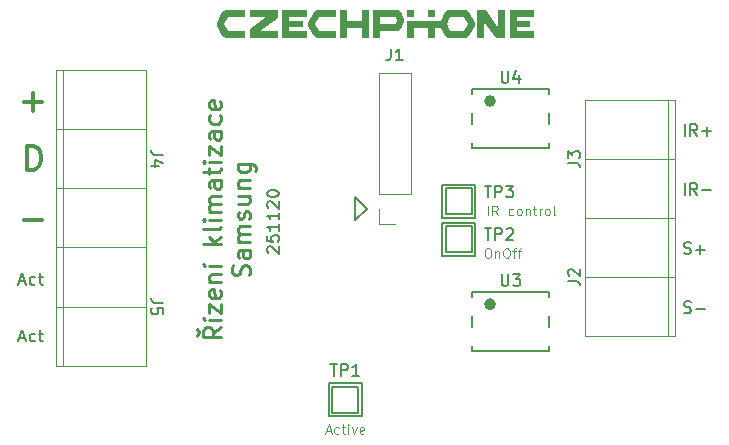
<source format=gbr>
%TF.GenerationSoftware,KiCad,Pcbnew,9.0.4-unknown*%
%TF.CreationDate,2025-11-20T10:05:47+01:00*%
%TF.ProjectId,KlimatizaceSamsung,4b6c696d-6174-4697-9a61-636553616d73,rev?*%
%TF.SameCoordinates,Original*%
%TF.FileFunction,Legend,Top*%
%TF.FilePolarity,Positive*%
%FSLAX46Y46*%
G04 Gerber Fmt 4.6, Leading zero omitted, Abs format (unit mm)*
G04 Created by KiCad (PCBNEW 9.0.4-unknown) date 2025-11-20 10:05:47*
%MOMM*%
%LPD*%
G01*
G04 APERTURE LIST*
%ADD10C,0.150000*%
%ADD11C,0.250000*%
%ADD12C,0.300000*%
%ADD13C,0.120000*%
%ADD14C,0.000000*%
%ADD15C,0.200660*%
%ADD16C,0.500000*%
%ADD17C,3.200000*%
%ADD18O,4.000000X2.500000*%
%ADD19C,1.600000*%
%ADD20C,4.000000*%
%ADD21O,4.000000X4.000000*%
%ADD22R,1.700000X1.700000*%
%ADD23O,1.700000X1.700000*%
%ADD24R,2.500000X1.600000*%
%ADD25O,2.500000X1.600000*%
G04 APERTURE END LIST*
D10*
X120865057Y-60966666D02*
X120817438Y-60919047D01*
X120817438Y-60919047D02*
X120769819Y-60823809D01*
X120769819Y-60823809D02*
X120769819Y-60585714D01*
X120769819Y-60585714D02*
X120817438Y-60490476D01*
X120817438Y-60490476D02*
X120865057Y-60442857D01*
X120865057Y-60442857D02*
X120960295Y-60395238D01*
X120960295Y-60395238D02*
X121055533Y-60395238D01*
X121055533Y-60395238D02*
X121198390Y-60442857D01*
X121198390Y-60442857D02*
X121769819Y-61014285D01*
X121769819Y-61014285D02*
X121769819Y-60395238D01*
X120769819Y-59490476D02*
X120769819Y-59966666D01*
X120769819Y-59966666D02*
X121246009Y-60014285D01*
X121246009Y-60014285D02*
X121198390Y-59966666D01*
X121198390Y-59966666D02*
X121150771Y-59871428D01*
X121150771Y-59871428D02*
X121150771Y-59633333D01*
X121150771Y-59633333D02*
X121198390Y-59538095D01*
X121198390Y-59538095D02*
X121246009Y-59490476D01*
X121246009Y-59490476D02*
X121341247Y-59442857D01*
X121341247Y-59442857D02*
X121579342Y-59442857D01*
X121579342Y-59442857D02*
X121674580Y-59490476D01*
X121674580Y-59490476D02*
X121722200Y-59538095D01*
X121722200Y-59538095D02*
X121769819Y-59633333D01*
X121769819Y-59633333D02*
X121769819Y-59871428D01*
X121769819Y-59871428D02*
X121722200Y-59966666D01*
X121722200Y-59966666D02*
X121674580Y-60014285D01*
X121769819Y-58490476D02*
X121769819Y-59061904D01*
X121769819Y-58776190D02*
X120769819Y-58776190D01*
X120769819Y-58776190D02*
X120912676Y-58871428D01*
X120912676Y-58871428D02*
X121007914Y-58966666D01*
X121007914Y-58966666D02*
X121055533Y-59061904D01*
X121769819Y-57538095D02*
X121769819Y-58109523D01*
X121769819Y-57823809D02*
X120769819Y-57823809D01*
X120769819Y-57823809D02*
X120912676Y-57919047D01*
X120912676Y-57919047D02*
X121007914Y-58014285D01*
X121007914Y-58014285D02*
X121055533Y-58109523D01*
X120865057Y-57157142D02*
X120817438Y-57109523D01*
X120817438Y-57109523D02*
X120769819Y-57014285D01*
X120769819Y-57014285D02*
X120769819Y-56776190D01*
X120769819Y-56776190D02*
X120817438Y-56680952D01*
X120817438Y-56680952D02*
X120865057Y-56633333D01*
X120865057Y-56633333D02*
X120960295Y-56585714D01*
X120960295Y-56585714D02*
X121055533Y-56585714D01*
X121055533Y-56585714D02*
X121198390Y-56633333D01*
X121198390Y-56633333D02*
X121769819Y-57204761D01*
X121769819Y-57204761D02*
X121769819Y-56585714D01*
X120769819Y-55966666D02*
X120769819Y-55871428D01*
X120769819Y-55871428D02*
X120817438Y-55776190D01*
X120817438Y-55776190D02*
X120865057Y-55728571D01*
X120865057Y-55728571D02*
X120960295Y-55680952D01*
X120960295Y-55680952D02*
X121150771Y-55633333D01*
X121150771Y-55633333D02*
X121388866Y-55633333D01*
X121388866Y-55633333D02*
X121579342Y-55680952D01*
X121579342Y-55680952D02*
X121674580Y-55728571D01*
X121674580Y-55728571D02*
X121722200Y-55776190D01*
X121722200Y-55776190D02*
X121769819Y-55871428D01*
X121769819Y-55871428D02*
X121769819Y-55966666D01*
X121769819Y-55966666D02*
X121722200Y-56061904D01*
X121722200Y-56061904D02*
X121674580Y-56109523D01*
X121674580Y-56109523D02*
X121579342Y-56157142D01*
X121579342Y-56157142D02*
X121388866Y-56204761D01*
X121388866Y-56204761D02*
X121150771Y-56204761D01*
X121150771Y-56204761D02*
X120960295Y-56157142D01*
X120960295Y-56157142D02*
X120865057Y-56109523D01*
X120865057Y-56109523D02*
X120817438Y-56061904D01*
X120817438Y-56061904D02*
X120769819Y-55966666D01*
D11*
X116888512Y-67242857D02*
X116174226Y-67742857D01*
X116888512Y-68100000D02*
X115388512Y-68100000D01*
X115388512Y-68100000D02*
X115388512Y-67528571D01*
X115388512Y-67528571D02*
X115459941Y-67385714D01*
X115459941Y-67385714D02*
X115531369Y-67314285D01*
X115531369Y-67314285D02*
X115674226Y-67242857D01*
X115674226Y-67242857D02*
X115888512Y-67242857D01*
X115888512Y-67242857D02*
X116031369Y-67314285D01*
X116031369Y-67314285D02*
X116102798Y-67385714D01*
X116102798Y-67385714D02*
X116174226Y-67528571D01*
X116174226Y-67528571D02*
X116174226Y-68100000D01*
X114817084Y-67957143D02*
X115031369Y-67671428D01*
X115031369Y-67671428D02*
X114817084Y-67385714D01*
X116888512Y-66600000D02*
X115888512Y-66600000D01*
X115317084Y-66457143D02*
X115531369Y-66671428D01*
X115888512Y-66028571D02*
X115888512Y-65242857D01*
X115888512Y-65242857D02*
X116888512Y-66028571D01*
X116888512Y-66028571D02*
X116888512Y-65242857D01*
X116817084Y-64099999D02*
X116888512Y-64242856D01*
X116888512Y-64242856D02*
X116888512Y-64528571D01*
X116888512Y-64528571D02*
X116817084Y-64671428D01*
X116817084Y-64671428D02*
X116674226Y-64742856D01*
X116674226Y-64742856D02*
X116102798Y-64742856D01*
X116102798Y-64742856D02*
X115959941Y-64671428D01*
X115959941Y-64671428D02*
X115888512Y-64528571D01*
X115888512Y-64528571D02*
X115888512Y-64242856D01*
X115888512Y-64242856D02*
X115959941Y-64099999D01*
X115959941Y-64099999D02*
X116102798Y-64028571D01*
X116102798Y-64028571D02*
X116245655Y-64028571D01*
X116245655Y-64028571D02*
X116388512Y-64742856D01*
X115888512Y-63385714D02*
X116888512Y-63385714D01*
X116031369Y-63385714D02*
X115959941Y-63314285D01*
X115959941Y-63314285D02*
X115888512Y-63171428D01*
X115888512Y-63171428D02*
X115888512Y-62957142D01*
X115888512Y-62957142D02*
X115959941Y-62814285D01*
X115959941Y-62814285D02*
X116102798Y-62742857D01*
X116102798Y-62742857D02*
X116888512Y-62742857D01*
X116888512Y-62028571D02*
X115888512Y-62028571D01*
X115317084Y-61885714D02*
X115531369Y-62099999D01*
X116888512Y-60171428D02*
X115388512Y-60171428D01*
X116317084Y-60028571D02*
X116888512Y-59599999D01*
X115888512Y-59599999D02*
X116459941Y-60171428D01*
X116888512Y-58742856D02*
X116817084Y-58885713D01*
X116817084Y-58885713D02*
X116674226Y-58957142D01*
X116674226Y-58957142D02*
X115388512Y-58957142D01*
X116888512Y-58171428D02*
X115888512Y-58171428D01*
X115388512Y-58171428D02*
X115459941Y-58242856D01*
X115459941Y-58242856D02*
X115531369Y-58171428D01*
X115531369Y-58171428D02*
X115459941Y-58099999D01*
X115459941Y-58099999D02*
X115388512Y-58171428D01*
X115388512Y-58171428D02*
X115531369Y-58171428D01*
X116888512Y-57457142D02*
X115888512Y-57457142D01*
X116031369Y-57457142D02*
X115959941Y-57385713D01*
X115959941Y-57385713D02*
X115888512Y-57242856D01*
X115888512Y-57242856D02*
X115888512Y-57028570D01*
X115888512Y-57028570D02*
X115959941Y-56885713D01*
X115959941Y-56885713D02*
X116102798Y-56814285D01*
X116102798Y-56814285D02*
X116888512Y-56814285D01*
X116102798Y-56814285D02*
X115959941Y-56742856D01*
X115959941Y-56742856D02*
X115888512Y-56599999D01*
X115888512Y-56599999D02*
X115888512Y-56385713D01*
X115888512Y-56385713D02*
X115959941Y-56242856D01*
X115959941Y-56242856D02*
X116102798Y-56171427D01*
X116102798Y-56171427D02*
X116888512Y-56171427D01*
X116888512Y-54814285D02*
X116102798Y-54814285D01*
X116102798Y-54814285D02*
X115959941Y-54885713D01*
X115959941Y-54885713D02*
X115888512Y-55028570D01*
X115888512Y-55028570D02*
X115888512Y-55314285D01*
X115888512Y-55314285D02*
X115959941Y-55457142D01*
X116817084Y-54814285D02*
X116888512Y-54957142D01*
X116888512Y-54957142D02*
X116888512Y-55314285D01*
X116888512Y-55314285D02*
X116817084Y-55457142D01*
X116817084Y-55457142D02*
X116674226Y-55528570D01*
X116674226Y-55528570D02*
X116531369Y-55528570D01*
X116531369Y-55528570D02*
X116388512Y-55457142D01*
X116388512Y-55457142D02*
X116317084Y-55314285D01*
X116317084Y-55314285D02*
X116317084Y-54957142D01*
X116317084Y-54957142D02*
X116245655Y-54814285D01*
X115888512Y-54314284D02*
X115888512Y-53742856D01*
X115388512Y-54099999D02*
X116674226Y-54099999D01*
X116674226Y-54099999D02*
X116817084Y-54028570D01*
X116817084Y-54028570D02*
X116888512Y-53885713D01*
X116888512Y-53885713D02*
X116888512Y-53742856D01*
X116888512Y-53242856D02*
X115888512Y-53242856D01*
X115388512Y-53242856D02*
X115459941Y-53314284D01*
X115459941Y-53314284D02*
X115531369Y-53242856D01*
X115531369Y-53242856D02*
X115459941Y-53171427D01*
X115459941Y-53171427D02*
X115388512Y-53242856D01*
X115388512Y-53242856D02*
X115531369Y-53242856D01*
X115888512Y-52671427D02*
X115888512Y-51885713D01*
X115888512Y-51885713D02*
X116888512Y-52671427D01*
X116888512Y-52671427D02*
X116888512Y-51885713D01*
X116888512Y-50671427D02*
X116102798Y-50671427D01*
X116102798Y-50671427D02*
X115959941Y-50742855D01*
X115959941Y-50742855D02*
X115888512Y-50885712D01*
X115888512Y-50885712D02*
X115888512Y-51171427D01*
X115888512Y-51171427D02*
X115959941Y-51314284D01*
X116817084Y-50671427D02*
X116888512Y-50814284D01*
X116888512Y-50814284D02*
X116888512Y-51171427D01*
X116888512Y-51171427D02*
X116817084Y-51314284D01*
X116817084Y-51314284D02*
X116674226Y-51385712D01*
X116674226Y-51385712D02*
X116531369Y-51385712D01*
X116531369Y-51385712D02*
X116388512Y-51314284D01*
X116388512Y-51314284D02*
X116317084Y-51171427D01*
X116317084Y-51171427D02*
X116317084Y-50814284D01*
X116317084Y-50814284D02*
X116245655Y-50671427D01*
X116817084Y-49314284D02*
X116888512Y-49457141D01*
X116888512Y-49457141D02*
X116888512Y-49742855D01*
X116888512Y-49742855D02*
X116817084Y-49885712D01*
X116817084Y-49885712D02*
X116745655Y-49957141D01*
X116745655Y-49957141D02*
X116602798Y-50028569D01*
X116602798Y-50028569D02*
X116174226Y-50028569D01*
X116174226Y-50028569D02*
X116031369Y-49957141D01*
X116031369Y-49957141D02*
X115959941Y-49885712D01*
X115959941Y-49885712D02*
X115888512Y-49742855D01*
X115888512Y-49742855D02*
X115888512Y-49457141D01*
X115888512Y-49457141D02*
X115959941Y-49314284D01*
X116817084Y-48099998D02*
X116888512Y-48242855D01*
X116888512Y-48242855D02*
X116888512Y-48528570D01*
X116888512Y-48528570D02*
X116817084Y-48671427D01*
X116817084Y-48671427D02*
X116674226Y-48742855D01*
X116674226Y-48742855D02*
X116102798Y-48742855D01*
X116102798Y-48742855D02*
X115959941Y-48671427D01*
X115959941Y-48671427D02*
X115888512Y-48528570D01*
X115888512Y-48528570D02*
X115888512Y-48242855D01*
X115888512Y-48242855D02*
X115959941Y-48099998D01*
X115959941Y-48099998D02*
X116102798Y-48028570D01*
X116102798Y-48028570D02*
X116245655Y-48028570D01*
X116245655Y-48028570D02*
X116388512Y-48742855D01*
X119232000Y-62849999D02*
X119303428Y-62635714D01*
X119303428Y-62635714D02*
X119303428Y-62278571D01*
X119303428Y-62278571D02*
X119232000Y-62135714D01*
X119232000Y-62135714D02*
X119160571Y-62064285D01*
X119160571Y-62064285D02*
X119017714Y-61992856D01*
X119017714Y-61992856D02*
X118874857Y-61992856D01*
X118874857Y-61992856D02*
X118732000Y-62064285D01*
X118732000Y-62064285D02*
X118660571Y-62135714D01*
X118660571Y-62135714D02*
X118589142Y-62278571D01*
X118589142Y-62278571D02*
X118517714Y-62564285D01*
X118517714Y-62564285D02*
X118446285Y-62707142D01*
X118446285Y-62707142D02*
X118374857Y-62778571D01*
X118374857Y-62778571D02*
X118232000Y-62849999D01*
X118232000Y-62849999D02*
X118089142Y-62849999D01*
X118089142Y-62849999D02*
X117946285Y-62778571D01*
X117946285Y-62778571D02*
X117874857Y-62707142D01*
X117874857Y-62707142D02*
X117803428Y-62564285D01*
X117803428Y-62564285D02*
X117803428Y-62207142D01*
X117803428Y-62207142D02*
X117874857Y-61992856D01*
X119303428Y-60707143D02*
X118517714Y-60707143D01*
X118517714Y-60707143D02*
X118374857Y-60778571D01*
X118374857Y-60778571D02*
X118303428Y-60921428D01*
X118303428Y-60921428D02*
X118303428Y-61207143D01*
X118303428Y-61207143D02*
X118374857Y-61350000D01*
X119232000Y-60707143D02*
X119303428Y-60850000D01*
X119303428Y-60850000D02*
X119303428Y-61207143D01*
X119303428Y-61207143D02*
X119232000Y-61350000D01*
X119232000Y-61350000D02*
X119089142Y-61421428D01*
X119089142Y-61421428D02*
X118946285Y-61421428D01*
X118946285Y-61421428D02*
X118803428Y-61350000D01*
X118803428Y-61350000D02*
X118732000Y-61207143D01*
X118732000Y-61207143D02*
X118732000Y-60850000D01*
X118732000Y-60850000D02*
X118660571Y-60707143D01*
X119303428Y-59992857D02*
X118303428Y-59992857D01*
X118446285Y-59992857D02*
X118374857Y-59921428D01*
X118374857Y-59921428D02*
X118303428Y-59778571D01*
X118303428Y-59778571D02*
X118303428Y-59564285D01*
X118303428Y-59564285D02*
X118374857Y-59421428D01*
X118374857Y-59421428D02*
X118517714Y-59350000D01*
X118517714Y-59350000D02*
X119303428Y-59350000D01*
X118517714Y-59350000D02*
X118374857Y-59278571D01*
X118374857Y-59278571D02*
X118303428Y-59135714D01*
X118303428Y-59135714D02*
X118303428Y-58921428D01*
X118303428Y-58921428D02*
X118374857Y-58778571D01*
X118374857Y-58778571D02*
X118517714Y-58707142D01*
X118517714Y-58707142D02*
X119303428Y-58707142D01*
X119232000Y-58064285D02*
X119303428Y-57921428D01*
X119303428Y-57921428D02*
X119303428Y-57635714D01*
X119303428Y-57635714D02*
X119232000Y-57492857D01*
X119232000Y-57492857D02*
X119089142Y-57421428D01*
X119089142Y-57421428D02*
X119017714Y-57421428D01*
X119017714Y-57421428D02*
X118874857Y-57492857D01*
X118874857Y-57492857D02*
X118803428Y-57635714D01*
X118803428Y-57635714D02*
X118803428Y-57850000D01*
X118803428Y-57850000D02*
X118732000Y-57992857D01*
X118732000Y-57992857D02*
X118589142Y-58064285D01*
X118589142Y-58064285D02*
X118517714Y-58064285D01*
X118517714Y-58064285D02*
X118374857Y-57992857D01*
X118374857Y-57992857D02*
X118303428Y-57850000D01*
X118303428Y-57850000D02*
X118303428Y-57635714D01*
X118303428Y-57635714D02*
X118374857Y-57492857D01*
X118303428Y-56135714D02*
X119303428Y-56135714D01*
X118303428Y-56778571D02*
X119089142Y-56778571D01*
X119089142Y-56778571D02*
X119232000Y-56707142D01*
X119232000Y-56707142D02*
X119303428Y-56564285D01*
X119303428Y-56564285D02*
X119303428Y-56349999D01*
X119303428Y-56349999D02*
X119232000Y-56207142D01*
X119232000Y-56207142D02*
X119160571Y-56135714D01*
X118303428Y-55421428D02*
X119303428Y-55421428D01*
X118446285Y-55421428D02*
X118374857Y-55349999D01*
X118374857Y-55349999D02*
X118303428Y-55207142D01*
X118303428Y-55207142D02*
X118303428Y-54992856D01*
X118303428Y-54992856D02*
X118374857Y-54849999D01*
X118374857Y-54849999D02*
X118517714Y-54778571D01*
X118517714Y-54778571D02*
X119303428Y-54778571D01*
X118303428Y-53421428D02*
X119517714Y-53421428D01*
X119517714Y-53421428D02*
X119660571Y-53492856D01*
X119660571Y-53492856D02*
X119732000Y-53564285D01*
X119732000Y-53564285D02*
X119803428Y-53707142D01*
X119803428Y-53707142D02*
X119803428Y-53921428D01*
X119803428Y-53921428D02*
X119732000Y-54064285D01*
X119232000Y-53421428D02*
X119303428Y-53564285D01*
X119303428Y-53564285D02*
X119303428Y-53849999D01*
X119303428Y-53849999D02*
X119232000Y-53992856D01*
X119232000Y-53992856D02*
X119160571Y-54064285D01*
X119160571Y-54064285D02*
X119017714Y-54135713D01*
X119017714Y-54135713D02*
X118589142Y-54135713D01*
X118589142Y-54135713D02*
X118446285Y-54064285D01*
X118446285Y-54064285D02*
X118374857Y-53992856D01*
X118374857Y-53992856D02*
X118303428Y-53849999D01*
X118303428Y-53849999D02*
X118303428Y-53564285D01*
X118303428Y-53564285D02*
X118374857Y-53421428D01*
D10*
X128200000Y-58200000D02*
X128200000Y-56200000D01*
X129200000Y-57200000D02*
X128200000Y-56200000D01*
X129200000Y-57200000D02*
X128200000Y-58200000D01*
D12*
X100202632Y-48147733D02*
X101726442Y-48147733D01*
X100964537Y-48909638D02*
X100964537Y-47385828D01*
D10*
X156136779Y-56054819D02*
X156136779Y-55054819D01*
X157184397Y-56054819D02*
X156851064Y-55578628D01*
X156612969Y-56054819D02*
X156612969Y-55054819D01*
X156612969Y-55054819D02*
X156993921Y-55054819D01*
X156993921Y-55054819D02*
X157089159Y-55102438D01*
X157089159Y-55102438D02*
X157136778Y-55150057D01*
X157136778Y-55150057D02*
X157184397Y-55245295D01*
X157184397Y-55245295D02*
X157184397Y-55388152D01*
X157184397Y-55388152D02*
X157136778Y-55483390D01*
X157136778Y-55483390D02*
X157089159Y-55531009D01*
X157089159Y-55531009D02*
X156993921Y-55578628D01*
X156993921Y-55578628D02*
X156612969Y-55578628D01*
X157612969Y-55673866D02*
X158374874Y-55673866D01*
X156136779Y-51054819D02*
X156136779Y-50054819D01*
X157184397Y-51054819D02*
X156851064Y-50578628D01*
X156612969Y-51054819D02*
X156612969Y-50054819D01*
X156612969Y-50054819D02*
X156993921Y-50054819D01*
X156993921Y-50054819D02*
X157089159Y-50102438D01*
X157089159Y-50102438D02*
X157136778Y-50150057D01*
X157136778Y-50150057D02*
X157184397Y-50245295D01*
X157184397Y-50245295D02*
X157184397Y-50388152D01*
X157184397Y-50388152D02*
X157136778Y-50483390D01*
X157136778Y-50483390D02*
X157089159Y-50531009D01*
X157089159Y-50531009D02*
X156993921Y-50578628D01*
X156993921Y-50578628D02*
X156612969Y-50578628D01*
X157612969Y-50673866D02*
X158374874Y-50673866D01*
X157993921Y-51054819D02*
X157993921Y-50292914D01*
D12*
X100478822Y-53909638D02*
X100478822Y-51909638D01*
X100478822Y-51909638D02*
X100955012Y-51909638D01*
X100955012Y-51909638D02*
X101240727Y-52004876D01*
X101240727Y-52004876D02*
X101431203Y-52195352D01*
X101431203Y-52195352D02*
X101526441Y-52385828D01*
X101526441Y-52385828D02*
X101621679Y-52766780D01*
X101621679Y-52766780D02*
X101621679Y-53052495D01*
X101621679Y-53052495D02*
X101526441Y-53433447D01*
X101526441Y-53433447D02*
X101431203Y-53623923D01*
X101431203Y-53623923D02*
X101240727Y-53814400D01*
X101240727Y-53814400D02*
X100955012Y-53909638D01*
X100955012Y-53909638D02*
X100478822Y-53909638D01*
D10*
X99806077Y-63369104D02*
X100282267Y-63369104D01*
X99710839Y-63654819D02*
X100044172Y-62654819D01*
X100044172Y-62654819D02*
X100377505Y-63654819D01*
X101139410Y-63607200D02*
X101044172Y-63654819D01*
X101044172Y-63654819D02*
X100853696Y-63654819D01*
X100853696Y-63654819D02*
X100758458Y-63607200D01*
X100758458Y-63607200D02*
X100710839Y-63559580D01*
X100710839Y-63559580D02*
X100663220Y-63464342D01*
X100663220Y-63464342D02*
X100663220Y-63178628D01*
X100663220Y-63178628D02*
X100710839Y-63083390D01*
X100710839Y-63083390D02*
X100758458Y-63035771D01*
X100758458Y-63035771D02*
X100853696Y-62988152D01*
X100853696Y-62988152D02*
X101044172Y-62988152D01*
X101044172Y-62988152D02*
X101139410Y-63035771D01*
X101425125Y-62988152D02*
X101806077Y-62988152D01*
X101567982Y-62654819D02*
X101567982Y-63511961D01*
X101567982Y-63511961D02*
X101615601Y-63607200D01*
X101615601Y-63607200D02*
X101710839Y-63654819D01*
X101710839Y-63654819D02*
X101806077Y-63654819D01*
D12*
X100202632Y-58147733D02*
X101726442Y-58147733D01*
D10*
X99806077Y-68169104D02*
X100282267Y-68169104D01*
X99710839Y-68454819D02*
X100044172Y-67454819D01*
X100044172Y-67454819D02*
X100377505Y-68454819D01*
X101139410Y-68407200D02*
X101044172Y-68454819D01*
X101044172Y-68454819D02*
X100853696Y-68454819D01*
X100853696Y-68454819D02*
X100758458Y-68407200D01*
X100758458Y-68407200D02*
X100710839Y-68359580D01*
X100710839Y-68359580D02*
X100663220Y-68264342D01*
X100663220Y-68264342D02*
X100663220Y-67978628D01*
X100663220Y-67978628D02*
X100710839Y-67883390D01*
X100710839Y-67883390D02*
X100758458Y-67835771D01*
X100758458Y-67835771D02*
X100853696Y-67788152D01*
X100853696Y-67788152D02*
X101044172Y-67788152D01*
X101044172Y-67788152D02*
X101139410Y-67835771D01*
X101425125Y-67788152D02*
X101806077Y-67788152D01*
X101567982Y-67454819D02*
X101567982Y-68311961D01*
X101567982Y-68311961D02*
X101615601Y-68407200D01*
X101615601Y-68407200D02*
X101710839Y-68454819D01*
X101710839Y-68454819D02*
X101806077Y-68454819D01*
X156089160Y-66007200D02*
X156232017Y-66054819D01*
X156232017Y-66054819D02*
X156470112Y-66054819D01*
X156470112Y-66054819D02*
X156565350Y-66007200D01*
X156565350Y-66007200D02*
X156612969Y-65959580D01*
X156612969Y-65959580D02*
X156660588Y-65864342D01*
X156660588Y-65864342D02*
X156660588Y-65769104D01*
X156660588Y-65769104D02*
X156612969Y-65673866D01*
X156612969Y-65673866D02*
X156565350Y-65626247D01*
X156565350Y-65626247D02*
X156470112Y-65578628D01*
X156470112Y-65578628D02*
X156279636Y-65531009D01*
X156279636Y-65531009D02*
X156184398Y-65483390D01*
X156184398Y-65483390D02*
X156136779Y-65435771D01*
X156136779Y-65435771D02*
X156089160Y-65340533D01*
X156089160Y-65340533D02*
X156089160Y-65245295D01*
X156089160Y-65245295D02*
X156136779Y-65150057D01*
X156136779Y-65150057D02*
X156184398Y-65102438D01*
X156184398Y-65102438D02*
X156279636Y-65054819D01*
X156279636Y-65054819D02*
X156517731Y-65054819D01*
X156517731Y-65054819D02*
X156660588Y-65102438D01*
X157089160Y-65673866D02*
X157851065Y-65673866D01*
X156089160Y-61007200D02*
X156232017Y-61054819D01*
X156232017Y-61054819D02*
X156470112Y-61054819D01*
X156470112Y-61054819D02*
X156565350Y-61007200D01*
X156565350Y-61007200D02*
X156612969Y-60959580D01*
X156612969Y-60959580D02*
X156660588Y-60864342D01*
X156660588Y-60864342D02*
X156660588Y-60769104D01*
X156660588Y-60769104D02*
X156612969Y-60673866D01*
X156612969Y-60673866D02*
X156565350Y-60626247D01*
X156565350Y-60626247D02*
X156470112Y-60578628D01*
X156470112Y-60578628D02*
X156279636Y-60531009D01*
X156279636Y-60531009D02*
X156184398Y-60483390D01*
X156184398Y-60483390D02*
X156136779Y-60435771D01*
X156136779Y-60435771D02*
X156089160Y-60340533D01*
X156089160Y-60340533D02*
X156089160Y-60245295D01*
X156089160Y-60245295D02*
X156136779Y-60150057D01*
X156136779Y-60150057D02*
X156184398Y-60102438D01*
X156184398Y-60102438D02*
X156279636Y-60054819D01*
X156279636Y-60054819D02*
X156517731Y-60054819D01*
X156517731Y-60054819D02*
X156660588Y-60102438D01*
X157089160Y-60673866D02*
X157851065Y-60673866D01*
X157470112Y-61054819D02*
X157470112Y-60292914D01*
X111945180Y-52666666D02*
X111230895Y-52666666D01*
X111230895Y-52666666D02*
X111088038Y-52619047D01*
X111088038Y-52619047D02*
X110992800Y-52523809D01*
X110992800Y-52523809D02*
X110945180Y-52380952D01*
X110945180Y-52380952D02*
X110945180Y-52285714D01*
X111611847Y-53571428D02*
X110945180Y-53571428D01*
X111992800Y-53333333D02*
X111278514Y-53095238D01*
X111278514Y-53095238D02*
X111278514Y-53714285D01*
X139193922Y-55254819D02*
X139765350Y-55254819D01*
X139479636Y-56254819D02*
X139479636Y-55254819D01*
X140098684Y-56254819D02*
X140098684Y-55254819D01*
X140098684Y-55254819D02*
X140479636Y-55254819D01*
X140479636Y-55254819D02*
X140574874Y-55302438D01*
X140574874Y-55302438D02*
X140622493Y-55350057D01*
X140622493Y-55350057D02*
X140670112Y-55445295D01*
X140670112Y-55445295D02*
X140670112Y-55588152D01*
X140670112Y-55588152D02*
X140622493Y-55683390D01*
X140622493Y-55683390D02*
X140574874Y-55731009D01*
X140574874Y-55731009D02*
X140479636Y-55778628D01*
X140479636Y-55778628D02*
X140098684Y-55778628D01*
X141003446Y-55254819D02*
X141622493Y-55254819D01*
X141622493Y-55254819D02*
X141289160Y-55635771D01*
X141289160Y-55635771D02*
X141432017Y-55635771D01*
X141432017Y-55635771D02*
X141527255Y-55683390D01*
X141527255Y-55683390D02*
X141574874Y-55731009D01*
X141574874Y-55731009D02*
X141622493Y-55826247D01*
X141622493Y-55826247D02*
X141622493Y-56064342D01*
X141622493Y-56064342D02*
X141574874Y-56159580D01*
X141574874Y-56159580D02*
X141527255Y-56207200D01*
X141527255Y-56207200D02*
X141432017Y-56254819D01*
X141432017Y-56254819D02*
X141146303Y-56254819D01*
X141146303Y-56254819D02*
X141051065Y-56207200D01*
X141051065Y-56207200D02*
X141003446Y-56159580D01*
D13*
X139469423Y-57763855D02*
X139469423Y-56963855D01*
X140307518Y-57763855D02*
X140040851Y-57382902D01*
X139850375Y-57763855D02*
X139850375Y-56963855D01*
X139850375Y-56963855D02*
X140155137Y-56963855D01*
X140155137Y-56963855D02*
X140231327Y-57001950D01*
X140231327Y-57001950D02*
X140269422Y-57040045D01*
X140269422Y-57040045D02*
X140307518Y-57116236D01*
X140307518Y-57116236D02*
X140307518Y-57230521D01*
X140307518Y-57230521D02*
X140269422Y-57306712D01*
X140269422Y-57306712D02*
X140231327Y-57344807D01*
X140231327Y-57344807D02*
X140155137Y-57382902D01*
X140155137Y-57382902D02*
X139850375Y-57382902D01*
X141602756Y-57725760D02*
X141526565Y-57763855D01*
X141526565Y-57763855D02*
X141374184Y-57763855D01*
X141374184Y-57763855D02*
X141297994Y-57725760D01*
X141297994Y-57725760D02*
X141259899Y-57687664D01*
X141259899Y-57687664D02*
X141221803Y-57611474D01*
X141221803Y-57611474D02*
X141221803Y-57382902D01*
X141221803Y-57382902D02*
X141259899Y-57306712D01*
X141259899Y-57306712D02*
X141297994Y-57268617D01*
X141297994Y-57268617D02*
X141374184Y-57230521D01*
X141374184Y-57230521D02*
X141526565Y-57230521D01*
X141526565Y-57230521D02*
X141602756Y-57268617D01*
X142059898Y-57763855D02*
X141983708Y-57725760D01*
X141983708Y-57725760D02*
X141945613Y-57687664D01*
X141945613Y-57687664D02*
X141907517Y-57611474D01*
X141907517Y-57611474D02*
X141907517Y-57382902D01*
X141907517Y-57382902D02*
X141945613Y-57306712D01*
X141945613Y-57306712D02*
X141983708Y-57268617D01*
X141983708Y-57268617D02*
X142059898Y-57230521D01*
X142059898Y-57230521D02*
X142174184Y-57230521D01*
X142174184Y-57230521D02*
X142250375Y-57268617D01*
X142250375Y-57268617D02*
X142288470Y-57306712D01*
X142288470Y-57306712D02*
X142326565Y-57382902D01*
X142326565Y-57382902D02*
X142326565Y-57611474D01*
X142326565Y-57611474D02*
X142288470Y-57687664D01*
X142288470Y-57687664D02*
X142250375Y-57725760D01*
X142250375Y-57725760D02*
X142174184Y-57763855D01*
X142174184Y-57763855D02*
X142059898Y-57763855D01*
X142669423Y-57230521D02*
X142669423Y-57763855D01*
X142669423Y-57306712D02*
X142707518Y-57268617D01*
X142707518Y-57268617D02*
X142783708Y-57230521D01*
X142783708Y-57230521D02*
X142897994Y-57230521D01*
X142897994Y-57230521D02*
X142974185Y-57268617D01*
X142974185Y-57268617D02*
X143012280Y-57344807D01*
X143012280Y-57344807D02*
X143012280Y-57763855D01*
X143278947Y-57230521D02*
X143583709Y-57230521D01*
X143393233Y-56963855D02*
X143393233Y-57649569D01*
X143393233Y-57649569D02*
X143431328Y-57725760D01*
X143431328Y-57725760D02*
X143507518Y-57763855D01*
X143507518Y-57763855D02*
X143583709Y-57763855D01*
X143850376Y-57763855D02*
X143850376Y-57230521D01*
X143850376Y-57382902D02*
X143888471Y-57306712D01*
X143888471Y-57306712D02*
X143926566Y-57268617D01*
X143926566Y-57268617D02*
X144002757Y-57230521D01*
X144002757Y-57230521D02*
X144078947Y-57230521D01*
X144459899Y-57763855D02*
X144383709Y-57725760D01*
X144383709Y-57725760D02*
X144345614Y-57687664D01*
X144345614Y-57687664D02*
X144307518Y-57611474D01*
X144307518Y-57611474D02*
X144307518Y-57382902D01*
X144307518Y-57382902D02*
X144345614Y-57306712D01*
X144345614Y-57306712D02*
X144383709Y-57268617D01*
X144383709Y-57268617D02*
X144459899Y-57230521D01*
X144459899Y-57230521D02*
X144574185Y-57230521D01*
X144574185Y-57230521D02*
X144650376Y-57268617D01*
X144650376Y-57268617D02*
X144688471Y-57306712D01*
X144688471Y-57306712D02*
X144726566Y-57382902D01*
X144726566Y-57382902D02*
X144726566Y-57611474D01*
X144726566Y-57611474D02*
X144688471Y-57687664D01*
X144688471Y-57687664D02*
X144650376Y-57725760D01*
X144650376Y-57725760D02*
X144574185Y-57763855D01*
X144574185Y-57763855D02*
X144459899Y-57763855D01*
X145183709Y-57763855D02*
X145107519Y-57725760D01*
X145107519Y-57725760D02*
X145069424Y-57649569D01*
X145069424Y-57649569D02*
X145069424Y-56963855D01*
D10*
X146254819Y-63333333D02*
X146969104Y-63333333D01*
X146969104Y-63333333D02*
X147111961Y-63380952D01*
X147111961Y-63380952D02*
X147207200Y-63476190D01*
X147207200Y-63476190D02*
X147254819Y-63619047D01*
X147254819Y-63619047D02*
X147254819Y-63714285D01*
X146350057Y-62904761D02*
X146302438Y-62857142D01*
X146302438Y-62857142D02*
X146254819Y-62761904D01*
X146254819Y-62761904D02*
X146254819Y-62523809D01*
X146254819Y-62523809D02*
X146302438Y-62428571D01*
X146302438Y-62428571D02*
X146350057Y-62380952D01*
X146350057Y-62380952D02*
X146445295Y-62333333D01*
X146445295Y-62333333D02*
X146540533Y-62333333D01*
X146540533Y-62333333D02*
X146683390Y-62380952D01*
X146683390Y-62380952D02*
X147254819Y-62952380D01*
X147254819Y-62952380D02*
X147254819Y-62333333D01*
X126138095Y-70354819D02*
X126709523Y-70354819D01*
X126423809Y-71354819D02*
X126423809Y-70354819D01*
X127042857Y-71354819D02*
X127042857Y-70354819D01*
X127042857Y-70354819D02*
X127423809Y-70354819D01*
X127423809Y-70354819D02*
X127519047Y-70402438D01*
X127519047Y-70402438D02*
X127566666Y-70450057D01*
X127566666Y-70450057D02*
X127614285Y-70545295D01*
X127614285Y-70545295D02*
X127614285Y-70688152D01*
X127614285Y-70688152D02*
X127566666Y-70783390D01*
X127566666Y-70783390D02*
X127519047Y-70831009D01*
X127519047Y-70831009D02*
X127423809Y-70878628D01*
X127423809Y-70878628D02*
X127042857Y-70878628D01*
X128566666Y-71354819D02*
X127995238Y-71354819D01*
X128280952Y-71354819D02*
X128280952Y-70354819D01*
X128280952Y-70354819D02*
X128185714Y-70497676D01*
X128185714Y-70497676D02*
X128090476Y-70592914D01*
X128090476Y-70592914D02*
X127995238Y-70640533D01*
D13*
X125800000Y-76035283D02*
X126180953Y-76035283D01*
X125723810Y-76263855D02*
X125990477Y-75463855D01*
X125990477Y-75463855D02*
X126257143Y-76263855D01*
X126866667Y-76225760D02*
X126790476Y-76263855D01*
X126790476Y-76263855D02*
X126638095Y-76263855D01*
X126638095Y-76263855D02*
X126561905Y-76225760D01*
X126561905Y-76225760D02*
X126523810Y-76187664D01*
X126523810Y-76187664D02*
X126485714Y-76111474D01*
X126485714Y-76111474D02*
X126485714Y-75882902D01*
X126485714Y-75882902D02*
X126523810Y-75806712D01*
X126523810Y-75806712D02*
X126561905Y-75768617D01*
X126561905Y-75768617D02*
X126638095Y-75730521D01*
X126638095Y-75730521D02*
X126790476Y-75730521D01*
X126790476Y-75730521D02*
X126866667Y-75768617D01*
X127095238Y-75730521D02*
X127400000Y-75730521D01*
X127209524Y-75463855D02*
X127209524Y-76149569D01*
X127209524Y-76149569D02*
X127247619Y-76225760D01*
X127247619Y-76225760D02*
X127323809Y-76263855D01*
X127323809Y-76263855D02*
X127400000Y-76263855D01*
X127666667Y-76263855D02*
X127666667Y-75730521D01*
X127666667Y-75463855D02*
X127628571Y-75501950D01*
X127628571Y-75501950D02*
X127666667Y-75540045D01*
X127666667Y-75540045D02*
X127704762Y-75501950D01*
X127704762Y-75501950D02*
X127666667Y-75463855D01*
X127666667Y-75463855D02*
X127666667Y-75540045D01*
X127971428Y-75730521D02*
X128161904Y-76263855D01*
X128161904Y-76263855D02*
X128352381Y-75730521D01*
X128961905Y-76225760D02*
X128885714Y-76263855D01*
X128885714Y-76263855D02*
X128733333Y-76263855D01*
X128733333Y-76263855D02*
X128657143Y-76225760D01*
X128657143Y-76225760D02*
X128619047Y-76149569D01*
X128619047Y-76149569D02*
X128619047Y-75844807D01*
X128619047Y-75844807D02*
X128657143Y-75768617D01*
X128657143Y-75768617D02*
X128733333Y-75730521D01*
X128733333Y-75730521D02*
X128885714Y-75730521D01*
X128885714Y-75730521D02*
X128961905Y-75768617D01*
X128961905Y-75768617D02*
X129000000Y-75844807D01*
X129000000Y-75844807D02*
X129000000Y-75920998D01*
X129000000Y-75920998D02*
X128619047Y-75997188D01*
D10*
X139193922Y-58854819D02*
X139765350Y-58854819D01*
X139479636Y-59854819D02*
X139479636Y-58854819D01*
X140098684Y-59854819D02*
X140098684Y-58854819D01*
X140098684Y-58854819D02*
X140479636Y-58854819D01*
X140479636Y-58854819D02*
X140574874Y-58902438D01*
X140574874Y-58902438D02*
X140622493Y-58950057D01*
X140622493Y-58950057D02*
X140670112Y-59045295D01*
X140670112Y-59045295D02*
X140670112Y-59188152D01*
X140670112Y-59188152D02*
X140622493Y-59283390D01*
X140622493Y-59283390D02*
X140574874Y-59331009D01*
X140574874Y-59331009D02*
X140479636Y-59378628D01*
X140479636Y-59378628D02*
X140098684Y-59378628D01*
X141051065Y-58950057D02*
X141098684Y-58902438D01*
X141098684Y-58902438D02*
X141193922Y-58854819D01*
X141193922Y-58854819D02*
X141432017Y-58854819D01*
X141432017Y-58854819D02*
X141527255Y-58902438D01*
X141527255Y-58902438D02*
X141574874Y-58950057D01*
X141574874Y-58950057D02*
X141622493Y-59045295D01*
X141622493Y-59045295D02*
X141622493Y-59140533D01*
X141622493Y-59140533D02*
X141574874Y-59283390D01*
X141574874Y-59283390D02*
X141003446Y-59854819D01*
X141003446Y-59854819D02*
X141622493Y-59854819D01*
D13*
X139421804Y-60563855D02*
X139574185Y-60563855D01*
X139574185Y-60563855D02*
X139650375Y-60601950D01*
X139650375Y-60601950D02*
X139726566Y-60678140D01*
X139726566Y-60678140D02*
X139764661Y-60830521D01*
X139764661Y-60830521D02*
X139764661Y-61097188D01*
X139764661Y-61097188D02*
X139726566Y-61249569D01*
X139726566Y-61249569D02*
X139650375Y-61325760D01*
X139650375Y-61325760D02*
X139574185Y-61363855D01*
X139574185Y-61363855D02*
X139421804Y-61363855D01*
X139421804Y-61363855D02*
X139345613Y-61325760D01*
X139345613Y-61325760D02*
X139269423Y-61249569D01*
X139269423Y-61249569D02*
X139231327Y-61097188D01*
X139231327Y-61097188D02*
X139231327Y-60830521D01*
X139231327Y-60830521D02*
X139269423Y-60678140D01*
X139269423Y-60678140D02*
X139345613Y-60601950D01*
X139345613Y-60601950D02*
X139421804Y-60563855D01*
X140107518Y-60830521D02*
X140107518Y-61363855D01*
X140107518Y-60906712D02*
X140145613Y-60868617D01*
X140145613Y-60868617D02*
X140221803Y-60830521D01*
X140221803Y-60830521D02*
X140336089Y-60830521D01*
X140336089Y-60830521D02*
X140412280Y-60868617D01*
X140412280Y-60868617D02*
X140450375Y-60944807D01*
X140450375Y-60944807D02*
X140450375Y-61363855D01*
X140983709Y-60563855D02*
X141136090Y-60563855D01*
X141136090Y-60563855D02*
X141212280Y-60601950D01*
X141212280Y-60601950D02*
X141288471Y-60678140D01*
X141288471Y-60678140D02*
X141326566Y-60830521D01*
X141326566Y-60830521D02*
X141326566Y-61097188D01*
X141326566Y-61097188D02*
X141288471Y-61249569D01*
X141288471Y-61249569D02*
X141212280Y-61325760D01*
X141212280Y-61325760D02*
X141136090Y-61363855D01*
X141136090Y-61363855D02*
X140983709Y-61363855D01*
X140983709Y-61363855D02*
X140907518Y-61325760D01*
X140907518Y-61325760D02*
X140831328Y-61249569D01*
X140831328Y-61249569D02*
X140793232Y-61097188D01*
X140793232Y-61097188D02*
X140793232Y-60830521D01*
X140793232Y-60830521D02*
X140831328Y-60678140D01*
X140831328Y-60678140D02*
X140907518Y-60601950D01*
X140907518Y-60601950D02*
X140983709Y-60563855D01*
X141555137Y-60830521D02*
X141859899Y-60830521D01*
X141669423Y-61363855D02*
X141669423Y-60678140D01*
X141669423Y-60678140D02*
X141707518Y-60601950D01*
X141707518Y-60601950D02*
X141783708Y-60563855D01*
X141783708Y-60563855D02*
X141859899Y-60563855D01*
X142012280Y-60830521D02*
X142317042Y-60830521D01*
X142126566Y-61363855D02*
X142126566Y-60678140D01*
X142126566Y-60678140D02*
X142164661Y-60601950D01*
X142164661Y-60601950D02*
X142240851Y-60563855D01*
X142240851Y-60563855D02*
X142317042Y-60563855D01*
D10*
X131266666Y-43654819D02*
X131266666Y-44369104D01*
X131266666Y-44369104D02*
X131219047Y-44511961D01*
X131219047Y-44511961D02*
X131123809Y-44607200D01*
X131123809Y-44607200D02*
X130980952Y-44654819D01*
X130980952Y-44654819D02*
X130885714Y-44654819D01*
X132266666Y-44654819D02*
X131695238Y-44654819D01*
X131980952Y-44654819D02*
X131980952Y-43654819D01*
X131980952Y-43654819D02*
X131885714Y-43797676D01*
X131885714Y-43797676D02*
X131790476Y-43892914D01*
X131790476Y-43892914D02*
X131695238Y-43940533D01*
X140638095Y-62754819D02*
X140638095Y-63564342D01*
X140638095Y-63564342D02*
X140685714Y-63659580D01*
X140685714Y-63659580D02*
X140733333Y-63707200D01*
X140733333Y-63707200D02*
X140828571Y-63754819D01*
X140828571Y-63754819D02*
X141019047Y-63754819D01*
X141019047Y-63754819D02*
X141114285Y-63707200D01*
X141114285Y-63707200D02*
X141161904Y-63659580D01*
X141161904Y-63659580D02*
X141209523Y-63564342D01*
X141209523Y-63564342D02*
X141209523Y-62754819D01*
X141590476Y-62754819D02*
X142209523Y-62754819D01*
X142209523Y-62754819D02*
X141876190Y-63135771D01*
X141876190Y-63135771D02*
X142019047Y-63135771D01*
X142019047Y-63135771D02*
X142114285Y-63183390D01*
X142114285Y-63183390D02*
X142161904Y-63231009D01*
X142161904Y-63231009D02*
X142209523Y-63326247D01*
X142209523Y-63326247D02*
X142209523Y-63564342D01*
X142209523Y-63564342D02*
X142161904Y-63659580D01*
X142161904Y-63659580D02*
X142114285Y-63707200D01*
X142114285Y-63707200D02*
X142019047Y-63754819D01*
X142019047Y-63754819D02*
X141733333Y-63754819D01*
X141733333Y-63754819D02*
X141638095Y-63707200D01*
X141638095Y-63707200D02*
X141590476Y-63659580D01*
X146254819Y-53333333D02*
X146969104Y-53333333D01*
X146969104Y-53333333D02*
X147111961Y-53380952D01*
X147111961Y-53380952D02*
X147207200Y-53476190D01*
X147207200Y-53476190D02*
X147254819Y-53619047D01*
X147254819Y-53619047D02*
X147254819Y-53714285D01*
X146254819Y-52952380D02*
X146254819Y-52333333D01*
X146254819Y-52333333D02*
X146635771Y-52666666D01*
X146635771Y-52666666D02*
X146635771Y-52523809D01*
X146635771Y-52523809D02*
X146683390Y-52428571D01*
X146683390Y-52428571D02*
X146731009Y-52380952D01*
X146731009Y-52380952D02*
X146826247Y-52333333D01*
X146826247Y-52333333D02*
X147064342Y-52333333D01*
X147064342Y-52333333D02*
X147159580Y-52380952D01*
X147159580Y-52380952D02*
X147207200Y-52428571D01*
X147207200Y-52428571D02*
X147254819Y-52523809D01*
X147254819Y-52523809D02*
X147254819Y-52809523D01*
X147254819Y-52809523D02*
X147207200Y-52904761D01*
X147207200Y-52904761D02*
X147159580Y-52952380D01*
X111945180Y-65166666D02*
X111230895Y-65166666D01*
X111230895Y-65166666D02*
X111088038Y-65119047D01*
X111088038Y-65119047D02*
X110992800Y-65023809D01*
X110992800Y-65023809D02*
X110945180Y-64880952D01*
X110945180Y-64880952D02*
X110945180Y-64785714D01*
X111945180Y-66119047D02*
X111945180Y-65642857D01*
X111945180Y-65642857D02*
X111468990Y-65595238D01*
X111468990Y-65595238D02*
X111516609Y-65642857D01*
X111516609Y-65642857D02*
X111564228Y-65738095D01*
X111564228Y-65738095D02*
X111564228Y-65976190D01*
X111564228Y-65976190D02*
X111516609Y-66071428D01*
X111516609Y-66071428D02*
X111468990Y-66119047D01*
X111468990Y-66119047D02*
X111373752Y-66166666D01*
X111373752Y-66166666D02*
X111135657Y-66166666D01*
X111135657Y-66166666D02*
X111040419Y-66119047D01*
X111040419Y-66119047D02*
X110992800Y-66071428D01*
X110992800Y-66071428D02*
X110945180Y-65976190D01*
X110945180Y-65976190D02*
X110945180Y-65738095D01*
X110945180Y-65738095D02*
X110992800Y-65642857D01*
X110992800Y-65642857D02*
X111040419Y-65595238D01*
X140638095Y-45554819D02*
X140638095Y-46364342D01*
X140638095Y-46364342D02*
X140685714Y-46459580D01*
X140685714Y-46459580D02*
X140733333Y-46507200D01*
X140733333Y-46507200D02*
X140828571Y-46554819D01*
X140828571Y-46554819D02*
X141019047Y-46554819D01*
X141019047Y-46554819D02*
X141114285Y-46507200D01*
X141114285Y-46507200D02*
X141161904Y-46459580D01*
X141161904Y-46459580D02*
X141209523Y-46364342D01*
X141209523Y-46364342D02*
X141209523Y-45554819D01*
X142114285Y-45888152D02*
X142114285Y-46554819D01*
X141876190Y-45507200D02*
X141638095Y-46221485D01*
X141638095Y-46221485D02*
X142257142Y-46221485D01*
D14*
%TO.C,REF\u002A\u002A*%
G36*
X133204288Y-40999999D02*
G01*
X132608976Y-40999999D01*
X132608976Y-40404715D01*
X133204288Y-40404715D01*
X133204288Y-40999999D01*
G37*
G36*
X134990294Y-40999999D02*
G01*
X134394956Y-40999999D01*
X134394956Y-40404687D01*
X134990294Y-40404687D01*
X134990294Y-40999999D01*
G37*
G36*
X121682958Y-41107744D02*
G01*
X120136640Y-42190625D01*
X121682958Y-42190625D01*
X121682958Y-42785937D01*
X119301723Y-42785937D01*
X119301723Y-41975728D01*
X120695355Y-40999999D01*
X119301723Y-40999999D01*
X119301723Y-40404715D01*
X121682958Y-40404715D01*
X121682958Y-41107744D01*
G37*
G36*
X140365093Y-41951316D02*
G01*
X140365093Y-40404715D01*
X140960377Y-40404715D01*
X140960377Y-42785937D01*
X140150199Y-42785937D01*
X139174496Y-41392629D01*
X139174496Y-42785937D01*
X138579157Y-42785937D01*
X138579157Y-40404715D01*
X139282212Y-40404715D01*
X140365093Y-41951316D01*
G37*
G36*
X124138659Y-41000000D02*
G01*
X122650371Y-41000000D01*
X122650371Y-41327440D01*
X123811218Y-41327440D01*
X123811218Y-41863198D01*
X122650371Y-41863198D01*
X122650371Y-42190624D01*
X124138659Y-42190624D01*
X124138659Y-42785909D01*
X122055059Y-42785909D01*
X122055059Y-40404687D01*
X124138659Y-40404687D01*
X124138659Y-41000000D01*
G37*
G36*
X127583417Y-41297663D02*
G01*
X128774042Y-41297663D01*
X128774042Y-40404715D01*
X129369327Y-40404715D01*
X129369327Y-42785937D01*
X128774042Y-42785937D01*
X128774042Y-41892975D01*
X127583417Y-41892975D01*
X127583417Y-42785937D01*
X126988105Y-42785937D01*
X126988105Y-40404715D01*
X127583417Y-40404715D01*
X127583417Y-41297663D01*
G37*
G36*
X143389095Y-41000000D02*
G01*
X141900849Y-41000000D01*
X141900849Y-41327440D01*
X143061669Y-41327440D01*
X143061669Y-41863226D01*
X141900849Y-41863226D01*
X141900849Y-42190624D01*
X143389095Y-42190624D01*
X143389095Y-42785937D01*
X141305497Y-42785937D01*
X141305497Y-40404715D01*
X143389095Y-40404715D01*
X143389095Y-41000000D01*
G37*
G36*
X118900000Y-41000000D02*
G01*
X117440557Y-41000000D01*
X117118835Y-41595312D01*
X117440557Y-42190624D01*
X118900000Y-42190624D01*
X118900000Y-42785937D01*
X117262894Y-42785937D01*
X117000938Y-42629664D01*
X116518750Y-41736703D01*
X116518750Y-41453935D01*
X117000938Y-40560960D01*
X117262894Y-40404715D01*
X118900000Y-40404715D01*
X118900000Y-41000000D01*
G37*
G36*
X126643072Y-41000000D02*
G01*
X125183685Y-41000000D01*
X124862231Y-41595312D01*
X125183685Y-42190624D01*
X126643072Y-42190624D01*
X126643072Y-42785937D01*
X125005993Y-42785937D01*
X124744335Y-42629664D01*
X124261850Y-41736703D01*
X124261850Y-41453935D01*
X124744335Y-40560960D01*
X125005993Y-40404715D01*
X126643072Y-40404715D01*
X126643072Y-41000000D01*
G37*
G36*
X130344691Y-40404998D02*
G01*
X131839516Y-40408273D01*
X132105030Y-40572862D01*
X132401775Y-41166424D01*
X132401775Y-41432502D01*
X132105030Y-42026036D01*
X131838331Y-42190625D01*
X130344691Y-42187363D01*
X130344691Y-42785937D01*
X129722890Y-42785937D01*
X129722890Y-41592361D01*
X129722890Y-41000592D01*
X130344408Y-41000592D01*
X130344408Y-41592361D01*
X131654963Y-41595030D01*
X131802593Y-41299470D01*
X131654680Y-41003275D01*
X130344408Y-41000592D01*
X129722890Y-41000592D01*
X129722890Y-40404715D01*
X130344691Y-40404998D01*
G37*
G36*
X137870917Y-40560960D02*
G01*
X137870918Y-40560960D01*
X137870919Y-40560960D01*
X137871511Y-40560960D01*
X138353728Y-41453935D01*
X138353728Y-41736703D01*
X137871511Y-42629664D01*
X137609612Y-42785937D01*
X136121337Y-42785937D01*
X135859368Y-42629664D01*
X135461416Y-41892975D01*
X134990226Y-41892975D01*
X134990226Y-42785937D01*
X134394913Y-42785937D01*
X134394913Y-41892975D01*
X133204288Y-41892975D01*
X133204288Y-42785937D01*
X132608976Y-42785937D01*
X132608976Y-41595312D01*
X135976954Y-41595312D01*
X136298408Y-42190624D01*
X137431609Y-42190624D01*
X137753063Y-41595312D01*
X137431609Y-41000000D01*
X136298408Y-41000000D01*
X135976954Y-41595312D01*
X132608976Y-41595312D01*
X132608976Y-41297663D01*
X135461133Y-41297663D01*
X135859101Y-40560960D01*
X136121027Y-40404715D01*
X137609273Y-40404715D01*
X137870917Y-40560960D01*
G37*
D13*
%TO.C,J4*%
X102900000Y-45500000D02*
X102900000Y-60500000D01*
X102900000Y-55500000D02*
X110500000Y-55500000D01*
X102900000Y-60500000D02*
X110500000Y-60500000D01*
X103500000Y-45500000D02*
X103500000Y-60500000D01*
X110500000Y-45500000D02*
X102900000Y-45500000D01*
X110500000Y-50500000D02*
X102900000Y-50500000D01*
X110500000Y-60500000D02*
X110500000Y-45500000D01*
D15*
%TO.C,TP3*%
X135600460Y-55200460D02*
X135600460Y-57999540D01*
X135600460Y-57999540D02*
X138399540Y-57999540D01*
X135900180Y-55500180D02*
X135900180Y-57699820D01*
X135900180Y-57699820D02*
X138099820Y-57699820D01*
X138099820Y-55500180D02*
X135900180Y-55500180D01*
X138099820Y-57699820D02*
X138099820Y-55500180D01*
X138399540Y-55200460D02*
X135600460Y-55200460D01*
X138399540Y-57999540D02*
X138399540Y-55200460D01*
D13*
%TO.C,J2*%
X147700000Y-58000000D02*
X147700000Y-68000000D01*
X147700000Y-63000000D02*
X155300000Y-63000000D01*
X147700000Y-68000000D02*
X155300000Y-68000000D01*
X154700000Y-68000000D02*
X154700000Y-58000000D01*
X155300000Y-58000000D02*
X147700000Y-58000000D01*
X155300000Y-68000000D02*
X155300000Y-58000000D01*
D15*
%TO.C,TP1*%
X126000460Y-72000460D02*
X126000460Y-74799540D01*
X126000460Y-74799540D02*
X128799540Y-74799540D01*
X126300180Y-72300180D02*
X126300180Y-74499820D01*
X126300180Y-74499820D02*
X128499820Y-74499820D01*
X128499820Y-72300180D02*
X126300180Y-72300180D01*
X128499820Y-74499820D02*
X128499820Y-72300180D01*
X128799540Y-72000460D02*
X126000460Y-72000460D01*
X128799540Y-74799540D02*
X128799540Y-72000460D01*
%TO.C,TP2*%
X135600460Y-58400460D02*
X135600460Y-61199540D01*
X135600460Y-61199540D02*
X138399540Y-61199540D01*
X135900180Y-58700180D02*
X135900180Y-60899820D01*
X135900180Y-60899820D02*
X138099820Y-60899820D01*
X138099820Y-58700180D02*
X135900180Y-58700180D01*
X138099820Y-60899820D02*
X138099820Y-58700180D01*
X138399540Y-58400460D02*
X135600460Y-58400460D01*
X138399540Y-61199540D02*
X138399540Y-58400460D01*
D13*
%TO.C,J1*%
X130270000Y-55930000D02*
X130270000Y-45710000D01*
X130270000Y-58530000D02*
X130270000Y-57200000D01*
X131600000Y-58530000D02*
X130270000Y-58530000D01*
X132930000Y-45710000D02*
X130270000Y-45710000D01*
X132930000Y-55930000D02*
X130270000Y-55930000D01*
X132930000Y-55930000D02*
X132930000Y-45710000D01*
D10*
%TO.C,U3*%
X138150000Y-64300000D02*
X138150000Y-69300000D01*
X138150000Y-69300000D02*
X144650000Y-69300000D01*
X144650000Y-64300000D02*
X138150000Y-64300000D01*
X144650000Y-69300000D02*
X144650000Y-64300000D01*
D16*
X139900000Y-65300000D02*
G75*
G02*
X139400000Y-65300000I-250000J0D01*
G01*
X139400000Y-65300000D02*
G75*
G02*
X139900000Y-65300000I250000J0D01*
G01*
D13*
%TO.C,J3*%
X147700000Y-48000000D02*
X147700000Y-58000000D01*
X147700000Y-53000000D02*
X155300000Y-53000000D01*
X147700000Y-58000000D02*
X155300000Y-58000000D01*
X154700000Y-58000000D02*
X154700000Y-48000000D01*
X155300000Y-48000000D02*
X147700000Y-48000000D01*
X155300000Y-58000000D02*
X155300000Y-48000000D01*
%TO.C,J5*%
X102900000Y-60500000D02*
X102900000Y-70500000D01*
X102900000Y-70500000D02*
X110500000Y-70500000D01*
X103500000Y-60500000D02*
X103500000Y-70500000D01*
X110500000Y-60500000D02*
X102900000Y-60500000D01*
X110500000Y-65500000D02*
X102900000Y-65500000D01*
X110500000Y-70500000D02*
X110500000Y-60500000D01*
D10*
%TO.C,U4*%
X138150000Y-47100000D02*
X138150000Y-52100000D01*
X138150000Y-52100000D02*
X144650000Y-52100000D01*
X144650000Y-47100000D02*
X138150000Y-47100000D01*
X144650000Y-52100000D02*
X144650000Y-47100000D01*
D16*
X139900000Y-48100000D02*
G75*
G02*
X139400000Y-48100000I-250000J0D01*
G01*
X139400000Y-48100000D02*
G75*
G02*
X139900000Y-48100000I250000J0D01*
G01*
%TD*%
%LPC*%
D17*
%TO.C,*%
X106000000Y-74500000D03*
%TD*%
D18*
%TO.C,J4*%
X106000000Y-48000000D03*
X106000000Y-53000000D03*
X106000000Y-58000000D03*
%TD*%
D17*
%TO.C,Dira3mmNTPH*%
X152000000Y-74500000D03*
%TD*%
D19*
%TO.C,TP3*%
X137000000Y-56600000D03*
%TD*%
D17*
%TO.C,Dira3mmNTPH*%
X152000000Y-41500000D03*
%TD*%
D20*
%TO.C,J2*%
X152200000Y-65500000D03*
D21*
X152200000Y-60500000D03*
%TD*%
D17*
%TO.C,Dira3mmNTPH*%
X106000000Y-41500000D03*
%TD*%
D19*
%TO.C,TP1*%
X127400000Y-73400000D03*
%TD*%
%TO.C,TP2*%
X137000000Y-59800000D03*
%TD*%
D22*
%TO.C,J1*%
X131600000Y-57200000D03*
D23*
X131600000Y-54660000D03*
X131600000Y-52120000D03*
X131600000Y-49580000D03*
X131600000Y-47040000D03*
%TD*%
D24*
%TO.C,U3*%
X137590000Y-65530000D03*
D25*
X137590000Y-68070000D03*
X145210000Y-68070000D03*
X145210000Y-65530000D03*
%TD*%
D20*
%TO.C,J3*%
X152200000Y-55500000D03*
D21*
X152200000Y-50500000D03*
%TD*%
D20*
%TO.C,J5*%
X106000000Y-63000000D03*
D21*
X106000000Y-68000000D03*
%TD*%
D24*
%TO.C,U4*%
X137590000Y-48330000D03*
D25*
X137590000Y-50870000D03*
X145210000Y-50870000D03*
X145210000Y-48330000D03*
%TD*%
%LPD*%
M02*

</source>
